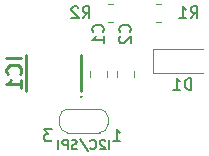
<source format=gbr>
%TF.GenerationSoftware,KiCad,Pcbnew,6.0.11+dfsg-1~bpo11+1*%
%TF.CreationDate,2023-05-28T00:39:31+00:00*%
%TF.ProjectId,ALTIMET02,414c5449-4d45-4543-9032-2e6b69636164,rev?*%
%TF.SameCoordinates,Original*%
%TF.FileFunction,Legend,Bot*%
%TF.FilePolarity,Positive*%
%FSLAX46Y46*%
G04 Gerber Fmt 4.6, Leading zero omitted, Abs format (unit mm)*
G04 Created by KiCad (PCBNEW 6.0.11+dfsg-1~bpo11+1) date 2023-05-28 00:39:31*
%MOMM*%
%LPD*%
G01*
G04 APERTURE LIST*
%ADD10C,0.150000*%
%ADD11C,0.254000*%
%ADD12C,0.120000*%
G04 APERTURE END LIST*
D10*
X134251428Y-115931904D02*
X134251428Y-115131904D01*
X133908571Y-115208095D02*
X133870476Y-115170000D01*
X133794285Y-115131904D01*
X133603809Y-115131904D01*
X133527619Y-115170000D01*
X133489523Y-115208095D01*
X133451428Y-115284285D01*
X133451428Y-115360476D01*
X133489523Y-115474761D01*
X133946666Y-115931904D01*
X133451428Y-115931904D01*
X132651428Y-115855714D02*
X132689523Y-115893809D01*
X132803809Y-115931904D01*
X132880000Y-115931904D01*
X132994285Y-115893809D01*
X133070476Y-115817619D01*
X133108571Y-115741428D01*
X133146666Y-115589047D01*
X133146666Y-115474761D01*
X133108571Y-115322380D01*
X133070476Y-115246190D01*
X132994285Y-115170000D01*
X132880000Y-115131904D01*
X132803809Y-115131904D01*
X132689523Y-115170000D01*
X132651428Y-115208095D01*
X131737142Y-115093809D02*
X132422857Y-116122380D01*
X131508571Y-115893809D02*
X131394285Y-115931904D01*
X131203809Y-115931904D01*
X131127619Y-115893809D01*
X131089523Y-115855714D01*
X131051428Y-115779523D01*
X131051428Y-115703333D01*
X131089523Y-115627142D01*
X131127619Y-115589047D01*
X131203809Y-115550952D01*
X131356190Y-115512857D01*
X131432380Y-115474761D01*
X131470476Y-115436666D01*
X131508571Y-115360476D01*
X131508571Y-115284285D01*
X131470476Y-115208095D01*
X131432380Y-115170000D01*
X131356190Y-115131904D01*
X131165714Y-115131904D01*
X131051428Y-115170000D01*
X130708571Y-115931904D02*
X130708571Y-115131904D01*
X130403809Y-115131904D01*
X130327619Y-115170000D01*
X130289523Y-115208095D01*
X130251428Y-115284285D01*
X130251428Y-115398571D01*
X130289523Y-115474761D01*
X130327619Y-115512857D01*
X130403809Y-115550952D01*
X130708571Y-115550952D01*
X129908571Y-115931904D02*
X129908571Y-115131904D01*
%TO.C,R1*%
X141136666Y-104846380D02*
X141470000Y-104370190D01*
X141708095Y-104846380D02*
X141708095Y-103846380D01*
X141327142Y-103846380D01*
X141231904Y-103894000D01*
X141184285Y-103941619D01*
X141136666Y-104036857D01*
X141136666Y-104179714D01*
X141184285Y-104274952D01*
X141231904Y-104322571D01*
X141327142Y-104370190D01*
X141708095Y-104370190D01*
X140184285Y-104846380D02*
X140755714Y-104846380D01*
X140470000Y-104846380D02*
X140470000Y-103846380D01*
X140565238Y-103989238D01*
X140660476Y-104084476D01*
X140755714Y-104132095D01*
%TO.C,C2*%
X135993142Y-106005333D02*
X136040761Y-105957714D01*
X136088380Y-105814857D01*
X136088380Y-105719619D01*
X136040761Y-105576761D01*
X135945523Y-105481523D01*
X135850285Y-105433904D01*
X135659809Y-105386285D01*
X135516952Y-105386285D01*
X135326476Y-105433904D01*
X135231238Y-105481523D01*
X135136000Y-105576761D01*
X135088380Y-105719619D01*
X135088380Y-105814857D01*
X135136000Y-105957714D01*
X135183619Y-106005333D01*
X135183619Y-106386285D02*
X135136000Y-106433904D01*
X135088380Y-106529142D01*
X135088380Y-106767238D01*
X135136000Y-106862476D01*
X135183619Y-106910095D01*
X135278857Y-106957714D01*
X135374095Y-106957714D01*
X135516952Y-106910095D01*
X136088380Y-106338666D01*
X136088380Y-106957714D01*
%TO.C,D1*%
X141200095Y-110910380D02*
X141200095Y-109910380D01*
X140962000Y-109910380D01*
X140819142Y-109958000D01*
X140723904Y-110053238D01*
X140676285Y-110148476D01*
X140628666Y-110338952D01*
X140628666Y-110481809D01*
X140676285Y-110672285D01*
X140723904Y-110767523D01*
X140819142Y-110862761D01*
X140962000Y-110910380D01*
X141200095Y-110910380D01*
X139676285Y-110910380D02*
X140247714Y-110910380D01*
X139962000Y-110910380D02*
X139962000Y-109910380D01*
X140057238Y-110053238D01*
X140152476Y-110148476D01*
X140247714Y-110196095D01*
D11*
%TO.C,IC1*%
X126812523Y-108234238D02*
X125542523Y-108234238D01*
X126691571Y-109564714D02*
X126752047Y-109504238D01*
X126812523Y-109322809D01*
X126812523Y-109201857D01*
X126752047Y-109020428D01*
X126631095Y-108899476D01*
X126510142Y-108839000D01*
X126268238Y-108778523D01*
X126086809Y-108778523D01*
X125844904Y-108839000D01*
X125723952Y-108899476D01*
X125603000Y-109020428D01*
X125542523Y-109201857D01*
X125542523Y-109322809D01*
X125603000Y-109504238D01*
X125663476Y-109564714D01*
X126812523Y-110774238D02*
X126812523Y-110048523D01*
X126812523Y-110411380D02*
X125542523Y-110411380D01*
X125723952Y-110290428D01*
X125844904Y-110169476D01*
X125905380Y-110048523D01*
D10*
%TO.C,R2*%
X131992666Y-104846380D02*
X132326000Y-104370190D01*
X132564095Y-104846380D02*
X132564095Y-103846380D01*
X132183142Y-103846380D01*
X132087904Y-103894000D01*
X132040285Y-103941619D01*
X131992666Y-104036857D01*
X131992666Y-104179714D01*
X132040285Y-104274952D01*
X132087904Y-104322571D01*
X132183142Y-104370190D01*
X132564095Y-104370190D01*
X131611714Y-103941619D02*
X131564095Y-103894000D01*
X131468857Y-103846380D01*
X131230761Y-103846380D01*
X131135523Y-103894000D01*
X131087904Y-103941619D01*
X131040285Y-104036857D01*
X131040285Y-104132095D01*
X131087904Y-104274952D01*
X131659333Y-104846380D01*
X131040285Y-104846380D01*
%TO.C,C1*%
X133707142Y-106005333D02*
X133754761Y-105957714D01*
X133802380Y-105814857D01*
X133802380Y-105719619D01*
X133754761Y-105576761D01*
X133659523Y-105481523D01*
X133564285Y-105433904D01*
X133373809Y-105386285D01*
X133230952Y-105386285D01*
X133040476Y-105433904D01*
X132945238Y-105481523D01*
X132850000Y-105576761D01*
X132802380Y-105719619D01*
X132802380Y-105814857D01*
X132850000Y-105957714D01*
X132897619Y-106005333D01*
X133802380Y-106957714D02*
X133802380Y-106386285D01*
X133802380Y-106672000D02*
X132802380Y-106672000D01*
X132945238Y-106576761D01*
X133040476Y-106481523D01*
X133088095Y-106386285D01*
%TO.C,JP1*%
X134588285Y-115260380D02*
X135159714Y-115260380D01*
X134874000Y-115260380D02*
X134874000Y-114260380D01*
X134969238Y-114403238D01*
X135064476Y-114498476D01*
X135159714Y-114546095D01*
X129365333Y-114260380D02*
X128746285Y-114260380D01*
X129079619Y-114641333D01*
X128936761Y-114641333D01*
X128841523Y-114688952D01*
X128793904Y-114736571D01*
X128746285Y-114831809D01*
X128746285Y-115069904D01*
X128793904Y-115165142D01*
X128841523Y-115212761D01*
X128936761Y-115260380D01*
X129222476Y-115260380D01*
X129317714Y-115212761D01*
X129365333Y-115165142D01*
D12*
%TO.C,R1*%
X138202936Y-105129000D02*
X138657064Y-105129000D01*
X138202936Y-103659000D02*
X138657064Y-103659000D01*
%TO.C,C2*%
X136371000Y-109801252D02*
X136371000Y-109278748D01*
X134901000Y-109801252D02*
X134901000Y-109278748D01*
%TO.C,D1*%
X137912000Y-109458000D02*
X137912000Y-107458000D01*
X137912000Y-107458000D02*
X142212000Y-107458000D01*
X142212000Y-109458000D02*
X137912000Y-109458000D01*
D11*
%TO.C,IC1*%
X131890000Y-110974000D02*
X131890000Y-107974000D01*
X127190000Y-110974000D02*
X127190000Y-107974000D01*
X131882000Y-111506000D02*
G75*
G03*
X131882000Y-111506000I-45000J0D01*
G01*
D12*
%TO.C,R2*%
X134593064Y-105129000D02*
X134138936Y-105129000D01*
X134593064Y-103659000D02*
X134138936Y-103659000D01*
%TO.C,C1*%
X134085000Y-109801252D02*
X134085000Y-109278748D01*
X132615000Y-109801252D02*
X132615000Y-109278748D01*
%TO.C,JP1*%
X134130000Y-113838000D02*
X134130000Y-113238000D01*
X130680000Y-114538000D02*
X133480000Y-114538000D01*
X130030000Y-113238000D02*
X130030000Y-113838000D01*
X133480000Y-112538000D02*
X130680000Y-112538000D01*
X134130000Y-113238000D02*
G75*
G03*
X133430000Y-112538000I-699999J1D01*
G01*
X130030000Y-113838000D02*
G75*
G03*
X130730000Y-114538000I700000J0D01*
G01*
X130730000Y-112538000D02*
G75*
G03*
X130030000Y-113238000I0J-700000D01*
G01*
X133430000Y-114538000D02*
G75*
G03*
X134130000Y-113838000I1J699999D01*
G01*
%TD*%
M02*

</source>
